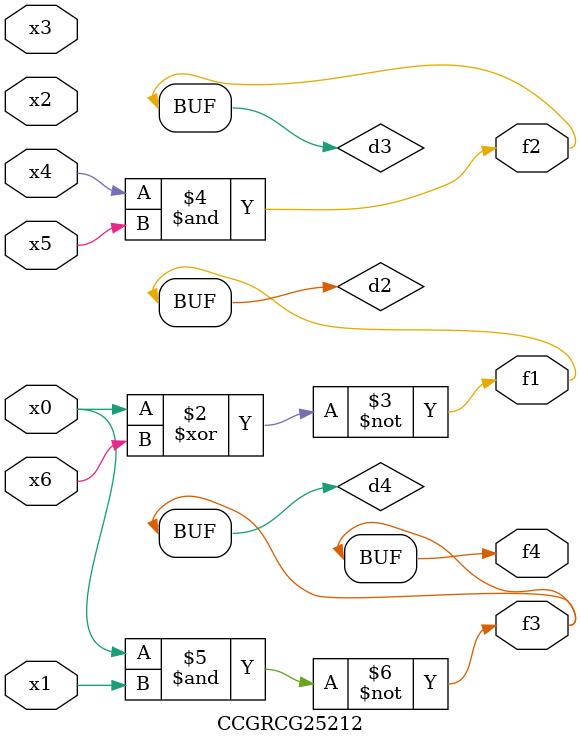
<source format=v>
module CCGRCG25212(
	input x0, x1, x2, x3, x4, x5, x6,
	output f1, f2, f3, f4
);

	wire d1, d2, d3, d4;

	nor (d1, x0);
	xnor (d2, x0, x6);
	and (d3, x4, x5);
	nand (d4, x0, x1);
	assign f1 = d2;
	assign f2 = d3;
	assign f3 = d4;
	assign f4 = d4;
endmodule

</source>
